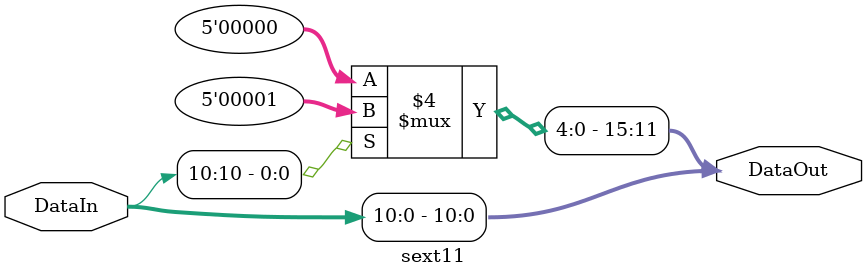
<source format=sv>
module sext5 (input  logic [4:0] DataIn,
			   output logic [15:0] DataOut);
		
		always_comb
		begin

			if (DataIn[4] == 1)
				DataOut[15:5] = 11'h1;

			else
				DataOut[15:5] = 11'h0;

			DataOut[4:0] = DataIn;
		end
		
endmodule


module sext6 (input  logic [5:0] DataIn,
			   output logic [15:0] DataOut);
		
		always_comb
		begin

			if (DataIn[5] == 1)
				DataOut[15:6] = 10'h1;

			else
				DataOut[15:6] = 10'h0;

			DataOut[5:0] = DataIn;
		end
endmodule 



module sext9 (input  logic [8:0] DataIn,
			   output logic [15:0] DataOut);
		
		always_comb
		begin

			if (DataIn[8] == 1)
				DataOut[15:9] = 7'h1;

			else
				DataOut[15:9] = 7'h0;

			DataOut[8:0] = DataIn;
		end
endmodule 



module sext11 (input  logic [10:0] DataIn,
			   output logic [15:0] DataOut);
		
		always_comb
		begin

			if (DataIn[10] == 1)
				DataOut[15:11] = 5'h1;

			else
				DataOut[15:11] = 5'h0;

			DataOut[10:0] = DataIn;
		end
endmodule 
		
</source>
